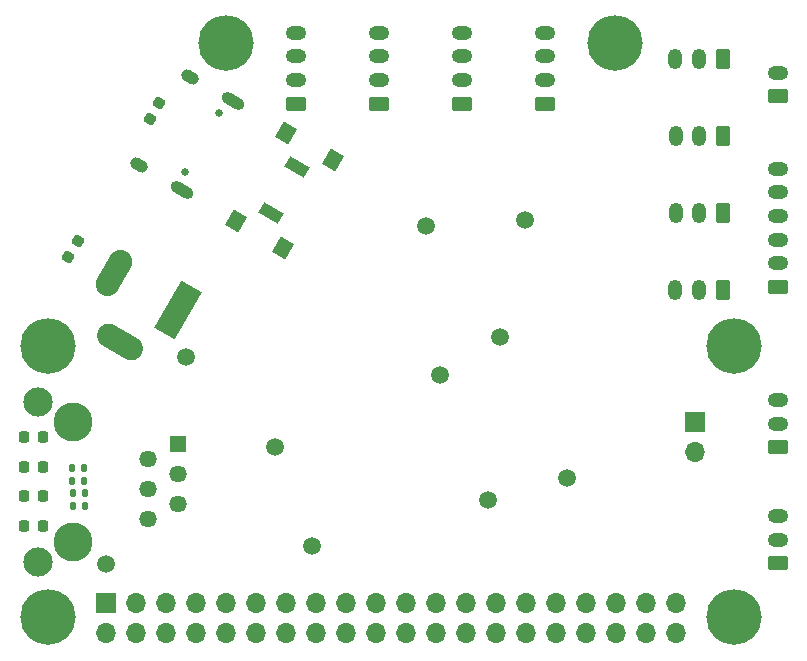
<source format=gbr>
%TF.GenerationSoftware,KiCad,Pcbnew,9.0.0*%
%TF.CreationDate,2025-07-02T21:21:17+02:00*%
%TF.ProjectId,PCK-ST1,50434b2d-5354-4312-9e6b-696361645f70,rev?*%
%TF.SameCoordinates,Original*%
%TF.FileFunction,Soldermask,Bot*%
%TF.FilePolarity,Negative*%
%FSLAX46Y46*%
G04 Gerber Fmt 4.6, Leading zero omitted, Abs format (unit mm)*
G04 Created by KiCad (PCBNEW 9.0.0) date 2025-07-02 21:21:17*
%MOMM*%
%LPD*%
G01*
G04 APERTURE LIST*
G04 Aperture macros list*
%AMRoundRect*
0 Rectangle with rounded corners*
0 $1 Rounding radius*
0 $2 $3 $4 $5 $6 $7 $8 $9 X,Y pos of 4 corners*
0 Add a 4 corners polygon primitive as box body*
4,1,4,$2,$3,$4,$5,$6,$7,$8,$9,$2,$3,0*
0 Add four circle primitives for the rounded corners*
1,1,$1+$1,$2,$3*
1,1,$1+$1,$4,$5*
1,1,$1+$1,$6,$7*
1,1,$1+$1,$8,$9*
0 Add four rect primitives between the rounded corners*
20,1,$1+$1,$2,$3,$4,$5,0*
20,1,$1+$1,$4,$5,$6,$7,0*
20,1,$1+$1,$6,$7,$8,$9,0*
20,1,$1+$1,$8,$9,$2,$3,0*%
%AMHorizOval*
0 Thick line with rounded ends*
0 $1 width*
0 $2 $3 position (X,Y) of the first rounded end (center of the circle)*
0 $4 $5 position (X,Y) of the second rounded end (center of the circle)*
0 Add line between two ends*
20,1,$1,$2,$3,$4,$5,0*
0 Add two circle primitives to create the rounded ends*
1,1,$1,$2,$3*
1,1,$1,$4,$5*%
%AMRotRect*
0 Rectangle, with rotation*
0 The origin of the aperture is its center*
0 $1 length*
0 $2 width*
0 $3 Rotation angle, in degrees counterclockwise*
0 Add horizontal line*
21,1,$1,$2,0,0,$3*%
G04 Aperture macros list end*
%ADD10RoundRect,0.250000X0.625000X-0.350000X0.625000X0.350000X-0.625000X0.350000X-0.625000X-0.350000X0*%
%ADD11O,1.750000X1.200000*%
%ADD12C,4.700000*%
%ADD13RoundRect,0.250000X0.350000X0.625000X-0.350000X0.625000X-0.350000X-0.625000X0.350000X-0.625000X0*%
%ADD14O,1.200000X1.750000*%
%ADD15C,3.300000*%
%ADD16R,1.462000X1.462000*%
%ADD17C,1.462000*%
%ADD18C,2.475000*%
%ADD19RotRect,4.600000X2.000000X240.000000*%
%ADD20HorizOval,2.000000X-0.550000X-0.952628X0.550000X0.952628X0*%
%ADD21HorizOval,2.000000X-0.952628X0.550000X0.952628X-0.550000X0*%
%ADD22R,1.700000X1.700000*%
%ADD23O,1.700000X1.700000*%
%ADD24C,0.650000*%
%ADD25HorizOval,1.000000X-0.476314X0.275000X0.476314X-0.275000X0*%
%ADD26HorizOval,1.000000X-0.259808X0.150000X0.259808X-0.150000X0*%
%ADD27RoundRect,0.135000X-0.135000X-0.185000X0.135000X-0.185000X0.135000X0.185000X-0.135000X0.185000X0*%
%ADD28C,1.500000*%
%ADD29RotRect,1.000000X1.900000X240.000000*%
%ADD30RotRect,1.300000X1.500000X150.000000*%
%ADD31RoundRect,0.218750X-0.218750X-0.256250X0.218750X-0.256250X0.218750X0.256250X-0.218750X0.256250X0*%
%ADD32RoundRect,0.218750X0.112544X-0.317568X0.331294X0.061318X-0.112544X0.317568X-0.331294X-0.061318X0*%
G04 APERTURE END LIST*
D10*
%TO.C,J14*%
X182750000Y-106900000D03*
D11*
X182750000Y-104900000D03*
X182750000Y-102900000D03*
%TD*%
D12*
%TO.C,H5*%
X169000000Y-62900000D03*
%TD*%
%TO.C,H4*%
X121000000Y-111500000D03*
%TD*%
D13*
%TO.C,J11*%
X178098200Y-77250000D03*
D14*
X176098200Y-77250000D03*
X174098200Y-77250000D03*
%TD*%
D10*
%TO.C,J6*%
X163000000Y-68000000D03*
D11*
X163000000Y-66000000D03*
X163000000Y-64000000D03*
X163000000Y-62000000D03*
%TD*%
D15*
%TO.C,J2*%
X123110000Y-94940000D03*
X123110000Y-105100000D03*
D16*
X132000000Y-96850000D03*
D17*
X129460000Y-98120000D03*
X132000000Y-99390000D03*
X129460000Y-100660000D03*
X132000000Y-101930000D03*
X129460000Y-103200000D03*
D18*
X120140000Y-93235000D03*
X120140000Y-106805000D03*
%TD*%
D13*
%TO.C,J10*%
X178098200Y-70750000D03*
D14*
X176098200Y-70750000D03*
X174098200Y-70750000D03*
%TD*%
D19*
%TO.C,J8*%
X132000000Y-85500000D03*
D20*
X126544040Y-82350000D03*
D21*
X127088526Y-88206922D03*
%TD*%
D10*
%TO.C,J4*%
X149000000Y-68000000D03*
D11*
X149000000Y-66000000D03*
X149000000Y-64000000D03*
X149000000Y-62000000D03*
%TD*%
D12*
%TO.C,H2*%
X179000000Y-88500000D03*
%TD*%
D10*
%TO.C,J5*%
X156000000Y-68000000D03*
D11*
X156000000Y-66000000D03*
X156000000Y-64000000D03*
X156000000Y-62000000D03*
%TD*%
D10*
%TO.C,J15*%
X182750000Y-97100000D03*
D11*
X182750000Y-95100000D03*
X182750000Y-93100000D03*
%TD*%
D22*
%TO.C,J16*%
X175717200Y-94914800D03*
D23*
X175717200Y-97454800D03*
%TD*%
D10*
%TO.C,J17*%
X182753000Y-67360800D03*
D11*
X182753000Y-65360800D03*
%TD*%
D13*
%TO.C,J12*%
X178072800Y-83750000D03*
D14*
X176072800Y-83750000D03*
X174072800Y-83750000D03*
%TD*%
D10*
%TO.C,J3*%
X142000000Y-68000000D03*
D11*
X142000000Y-66000000D03*
X142000000Y-64000000D03*
X142000000Y-62000000D03*
%TD*%
D12*
%TO.C,H3*%
X179000000Y-111500000D03*
%TD*%
D13*
%TO.C,J9*%
X178079400Y-64250000D03*
D14*
X176079400Y-64250000D03*
X174079400Y-64250000D03*
%TD*%
D12*
%TO.C,H6*%
X136000000Y-62900000D03*
%TD*%
D24*
%TO.C,J7*%
X135450996Y-68799687D03*
X132560996Y-73805313D03*
D25*
X136599009Y-67811270D03*
D26*
X132979023Y-65721270D03*
D25*
X132279009Y-75293730D03*
D26*
X128659023Y-73203730D03*
%TD*%
D22*
%TO.C,J1*%
X125850000Y-110250000D03*
D23*
X125850000Y-112790000D03*
X128390000Y-110250000D03*
X128390000Y-112790000D03*
X130930000Y-110250000D03*
X130930000Y-112790000D03*
X133470000Y-110250000D03*
X133470000Y-112790000D03*
X136010000Y-110250000D03*
X136010000Y-112790000D03*
X138550000Y-110250000D03*
X138550000Y-112790000D03*
X141090000Y-110250000D03*
X141090000Y-112790000D03*
X143630000Y-110250000D03*
X143630000Y-112790000D03*
X146170000Y-110250000D03*
X146170000Y-112790000D03*
X148710000Y-110250000D03*
X148710000Y-112790000D03*
X151250000Y-110250000D03*
X151250000Y-112790000D03*
X153790000Y-110250000D03*
X153790000Y-112790000D03*
X156330000Y-110250000D03*
X156330000Y-112790000D03*
X158870000Y-110250000D03*
X158870000Y-112790000D03*
X161410000Y-110250000D03*
X161410000Y-112790000D03*
X163950000Y-110250000D03*
X163950000Y-112790000D03*
X166490000Y-110250000D03*
X166490000Y-112790000D03*
X169030000Y-110250000D03*
X169030000Y-112790000D03*
X171570000Y-110250000D03*
X171570000Y-112790000D03*
X174110000Y-110250000D03*
X174110000Y-112790000D03*
%TD*%
D12*
%TO.C,H7*%
X121000000Y-88500000D03*
%TD*%
D10*
%TO.C,J13*%
X182750000Y-83500000D03*
D11*
X182750000Y-81500000D03*
X182750000Y-79500000D03*
X182750000Y-77500000D03*
X182750000Y-75500000D03*
X182750000Y-73500000D03*
%TD*%
D27*
%TO.C,R56*%
X123035600Y-100990400D03*
X124055600Y-100990400D03*
%TD*%
D28*
%TO.C,TP3*%
X164896800Y-99695000D03*
%TD*%
D27*
%TO.C,R58*%
X123010200Y-98856800D03*
X124030200Y-98856800D03*
%TD*%
%TO.C,R55*%
X123059000Y-102057200D03*
X124079000Y-102057200D03*
%TD*%
D29*
%TO.C,S2*%
X139820590Y-77281957D03*
X142070590Y-73384843D03*
D30*
X136847033Y-77932309D03*
X140830750Y-80232309D03*
X145130750Y-72784491D03*
X141147033Y-70484491D03*
%TD*%
D28*
%TO.C,TP8*%
X152958800Y-78359000D03*
%TD*%
D27*
%TO.C,R57*%
X123010200Y-99923600D03*
X124030200Y-99923600D03*
%TD*%
D31*
%TO.C,D6*%
X118962500Y-103750000D03*
X120537500Y-103750000D03*
%TD*%
D28*
%TO.C,TP9*%
X161315400Y-77876400D03*
%TD*%
%TO.C,TP5*%
X140182600Y-97028000D03*
%TD*%
%TO.C,TP6*%
X132638800Y-89484200D03*
%TD*%
D31*
%TO.C,D8*%
X118962500Y-98750000D03*
X120537500Y-98750000D03*
%TD*%
D28*
%TO.C,TP4*%
X125831600Y-107010200D03*
%TD*%
D32*
%TO.C,D4*%
X129578050Y-69261995D03*
X130365550Y-67898005D03*
%TD*%
D28*
%TO.C,TP2*%
X158191200Y-101523800D03*
%TD*%
%TO.C,TP10*%
X159258000Y-87731600D03*
%TD*%
D31*
%TO.C,D7*%
X118962500Y-101250000D03*
X120537500Y-101250000D03*
%TD*%
%TO.C,D9*%
X118962500Y-96250000D03*
X120537500Y-96250000D03*
%TD*%
D32*
%TO.C,D5*%
X122694650Y-80996795D03*
X123482150Y-79632805D03*
%TD*%
D28*
%TO.C,TP1*%
X143281400Y-105460800D03*
%TD*%
%TO.C,TP7*%
X154127200Y-91008200D03*
%TD*%
M02*

</source>
